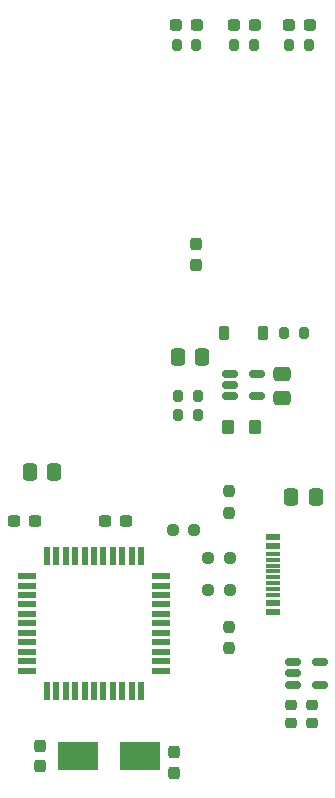
<source format=gbr>
%TF.GenerationSoftware,KiCad,Pcbnew,7.0.9*%
%TF.CreationDate,2024-04-25T21:51:33+01:00*%
%TF.ProjectId,ATF15xxProgBoard,41544631-3578-4785-9072-6f67426f6172,2*%
%TF.SameCoordinates,Original*%
%TF.FileFunction,Paste,Top*%
%TF.FilePolarity,Positive*%
%FSLAX46Y46*%
G04 Gerber Fmt 4.6, Leading zero omitted, Abs format (unit mm)*
G04 Created by KiCad (PCBNEW 7.0.9) date 2024-04-25 21:51:33*
%MOMM*%
%LPD*%
G01*
G04 APERTURE LIST*
G04 Aperture macros list*
%AMRoundRect*
0 Rectangle with rounded corners*
0 $1 Rounding radius*
0 $2 $3 $4 $5 $6 $7 $8 $9 X,Y pos of 4 corners*
0 Add a 4 corners polygon primitive as box body*
4,1,4,$2,$3,$4,$5,$6,$7,$8,$9,$2,$3,0*
0 Add four circle primitives for the rounded corners*
1,1,$1+$1,$2,$3*
1,1,$1+$1,$4,$5*
1,1,$1+$1,$6,$7*
1,1,$1+$1,$8,$9*
0 Add four rect primitives between the rounded corners*
20,1,$1+$1,$2,$3,$4,$5,0*
20,1,$1+$1,$4,$5,$6,$7,0*
20,1,$1+$1,$6,$7,$8,$9,0*
20,1,$1+$1,$8,$9,$2,$3,0*%
G04 Aperture macros list end*
%ADD10RoundRect,0.150000X-0.512500X-0.150000X0.512500X-0.150000X0.512500X0.150000X-0.512500X0.150000X0*%
%ADD11RoundRect,0.237500X0.237500X-0.300000X0.237500X0.300000X-0.237500X0.300000X-0.237500X-0.300000X0*%
%ADD12RoundRect,0.225000X-0.225000X-0.375000X0.225000X-0.375000X0.225000X0.375000X-0.225000X0.375000X0*%
%ADD13RoundRect,0.200000X0.200000X0.275000X-0.200000X0.275000X-0.200000X-0.275000X0.200000X-0.275000X0*%
%ADD14RoundRect,0.237500X-0.237500X0.250000X-0.237500X-0.250000X0.237500X-0.250000X0.237500X0.250000X0*%
%ADD15RoundRect,0.250000X-0.337500X-0.475000X0.337500X-0.475000X0.337500X0.475000X-0.337500X0.475000X0*%
%ADD16RoundRect,0.237500X-0.287500X-0.237500X0.287500X-0.237500X0.287500X0.237500X-0.287500X0.237500X0*%
%ADD17RoundRect,0.225000X-0.250000X0.225000X-0.250000X-0.225000X0.250000X-0.225000X0.250000X0.225000X0*%
%ADD18RoundRect,0.200000X-0.200000X-0.275000X0.200000X-0.275000X0.200000X0.275000X-0.200000X0.275000X0*%
%ADD19R,1.160000X0.600000*%
%ADD20R,1.160000X0.300000*%
%ADD21R,3.500000X2.400000*%
%ADD22R,1.500000X0.550000*%
%ADD23R,0.550000X1.500000*%
%ADD24RoundRect,0.237500X-0.300000X-0.237500X0.300000X-0.237500X0.300000X0.237500X-0.300000X0.237500X0*%
%ADD25RoundRect,0.237500X-0.250000X-0.237500X0.250000X-0.237500X0.250000X0.237500X-0.250000X0.237500X0*%
%ADD26RoundRect,0.250000X-0.475000X0.337500X-0.475000X-0.337500X0.475000X-0.337500X0.475000X0.337500X0*%
%ADD27RoundRect,0.237500X0.300000X0.237500X-0.300000X0.237500X-0.300000X-0.237500X0.300000X-0.237500X0*%
%ADD28RoundRect,0.250000X-0.275000X-0.350000X0.275000X-0.350000X0.275000X0.350000X-0.275000X0.350000X0*%
%ADD29RoundRect,0.237500X0.237500X-0.250000X0.237500X0.250000X-0.237500X0.250000X-0.237500X-0.250000X0*%
%ADD30RoundRect,0.237500X0.250000X0.237500X-0.250000X0.237500X-0.250000X-0.237500X0.250000X-0.237500X0*%
G04 APERTURE END LIST*
D10*
%TO.C,U5*%
X170064000Y-118668800D03*
X170064000Y-119618800D03*
X170064000Y-120568800D03*
X172339000Y-120568800D03*
X172339000Y-118668800D03*
%TD*%
D11*
%TO.C,C3*%
X161874200Y-85011600D03*
X161874200Y-83286600D03*
%TD*%
D12*
%TO.C,D1*%
X164262900Y-90805000D03*
X167562900Y-90805000D03*
%TD*%
D13*
%TO.C,R3*%
X166771032Y-66421000D03*
X165121032Y-66421000D03*
%TD*%
D14*
%TO.C,R5*%
X164642800Y-115673500D03*
X164642800Y-117498500D03*
%TD*%
D15*
%TO.C,C2*%
X160328700Y-92862400D03*
X162403700Y-92862400D03*
%TD*%
D16*
%TO.C,LED1*%
X160208900Y-64693800D03*
X161958900Y-64693800D03*
%TD*%
D17*
%TO.C,C10*%
X169879800Y-122262600D03*
X169879800Y-123812600D03*
%TD*%
D18*
%TO.C,R10*%
X160388800Y-96139000D03*
X162038800Y-96139000D03*
%TD*%
D17*
%TO.C,C11*%
X171704000Y-122262600D03*
X171704000Y-123812600D03*
%TD*%
D18*
%TO.C,R1*%
X160236400Y-66421000D03*
X161886400Y-66421000D03*
%TD*%
D19*
%TO.C,J9*%
X168401800Y-114428600D03*
X168401800Y-113628600D03*
D20*
X168401800Y-112478600D03*
X168401800Y-111478600D03*
X168401800Y-110978600D03*
X168401800Y-109978600D03*
D19*
X168401800Y-108828600D03*
X168401800Y-108028600D03*
X168401800Y-108028600D03*
X168401800Y-108828600D03*
D20*
X168401800Y-109478600D03*
X168401800Y-110478600D03*
X168401800Y-111978600D03*
X168401800Y-112978600D03*
D19*
X168401800Y-113628600D03*
X168401800Y-114428600D03*
%TD*%
D21*
%TO.C,Y1*%
X157095500Y-126619000D03*
X151895500Y-126619000D03*
%TD*%
D22*
%TO.C,U3*%
X147538200Y-111379400D03*
X147538200Y-112179400D03*
X147538200Y-112979400D03*
X147538200Y-113779400D03*
X147538200Y-114579400D03*
X147538200Y-115379400D03*
X147538200Y-116179400D03*
X147538200Y-116979400D03*
X147538200Y-117779400D03*
X147538200Y-118579400D03*
X147538200Y-119379400D03*
D23*
X149238200Y-121079400D03*
X150038200Y-121079400D03*
X150838200Y-121079400D03*
X151638200Y-121079400D03*
X152438200Y-121079400D03*
X153238200Y-121079400D03*
X154038200Y-121079400D03*
X154838200Y-121079400D03*
X155638200Y-121079400D03*
X156438200Y-121079400D03*
X157238200Y-121079400D03*
D22*
X158938200Y-119379400D03*
X158938200Y-118579400D03*
X158938200Y-117779400D03*
X158938200Y-116979400D03*
X158938200Y-116179400D03*
X158938200Y-115379400D03*
X158938200Y-114579400D03*
X158938200Y-113779400D03*
X158938200Y-112979400D03*
X158938200Y-112179400D03*
X158938200Y-111379400D03*
D23*
X157238200Y-109679400D03*
X156438200Y-109679400D03*
X155638200Y-109679400D03*
X154838200Y-109679400D03*
X154038200Y-109679400D03*
X153238200Y-109679400D03*
X152438200Y-109679400D03*
X151638200Y-109679400D03*
X150838200Y-109679400D03*
X150038200Y-109679400D03*
X149238200Y-109679400D03*
%TD*%
D24*
%TO.C,C4*%
X146497500Y-106680000D03*
X148222500Y-106680000D03*
%TD*%
D15*
%TO.C,C9*%
X147781100Y-102590600D03*
X149856100Y-102590600D03*
%TD*%
D25*
%TO.C,R7*%
X162917500Y-112572800D03*
X164742500Y-112572800D03*
%TD*%
%TO.C,R6*%
X162917500Y-109876800D03*
X164742500Y-109876800D03*
%TD*%
D13*
%TO.C,R11*%
X162038800Y-97764600D03*
X160388800Y-97764600D03*
%TD*%
D11*
%TO.C,C8*%
X148640800Y-127460000D03*
X148640800Y-125735000D03*
%TD*%
D26*
%TO.C,C1*%
X169189400Y-94234000D03*
X169189400Y-96309000D03*
%TD*%
D27*
%TO.C,C5*%
X155940300Y-106680000D03*
X154215300Y-106680000D03*
%TD*%
D28*
%TO.C,L1*%
X164610400Y-98780600D03*
X166910400Y-98780600D03*
%TD*%
D13*
%TO.C,R9*%
X171425950Y-66421000D03*
X169775950Y-66421000D03*
%TD*%
D16*
%TO.C,LED2*%
X165093532Y-64693800D03*
X166843532Y-64693800D03*
%TD*%
D10*
%TO.C,U4*%
X164752900Y-94230600D03*
X164752900Y-95180600D03*
X164752900Y-96130600D03*
X167027900Y-96130600D03*
X167027900Y-94230600D03*
%TD*%
D29*
%TO.C,R4*%
X164642800Y-105992300D03*
X164642800Y-104167300D03*
%TD*%
D11*
%TO.C,C7*%
X159989400Y-128016000D03*
X159989400Y-126291000D03*
%TD*%
D13*
%TO.C,R12*%
X171018200Y-90805000D03*
X169368200Y-90805000D03*
%TD*%
D15*
%TO.C,C6*%
X169929900Y-104698800D03*
X172004900Y-104698800D03*
%TD*%
D30*
%TO.C,R8*%
X161745300Y-107492800D03*
X159920300Y-107492800D03*
%TD*%
D16*
%TO.C,LED3*%
X169748450Y-64693800D03*
X171498450Y-64693800D03*
%TD*%
M02*

</source>
